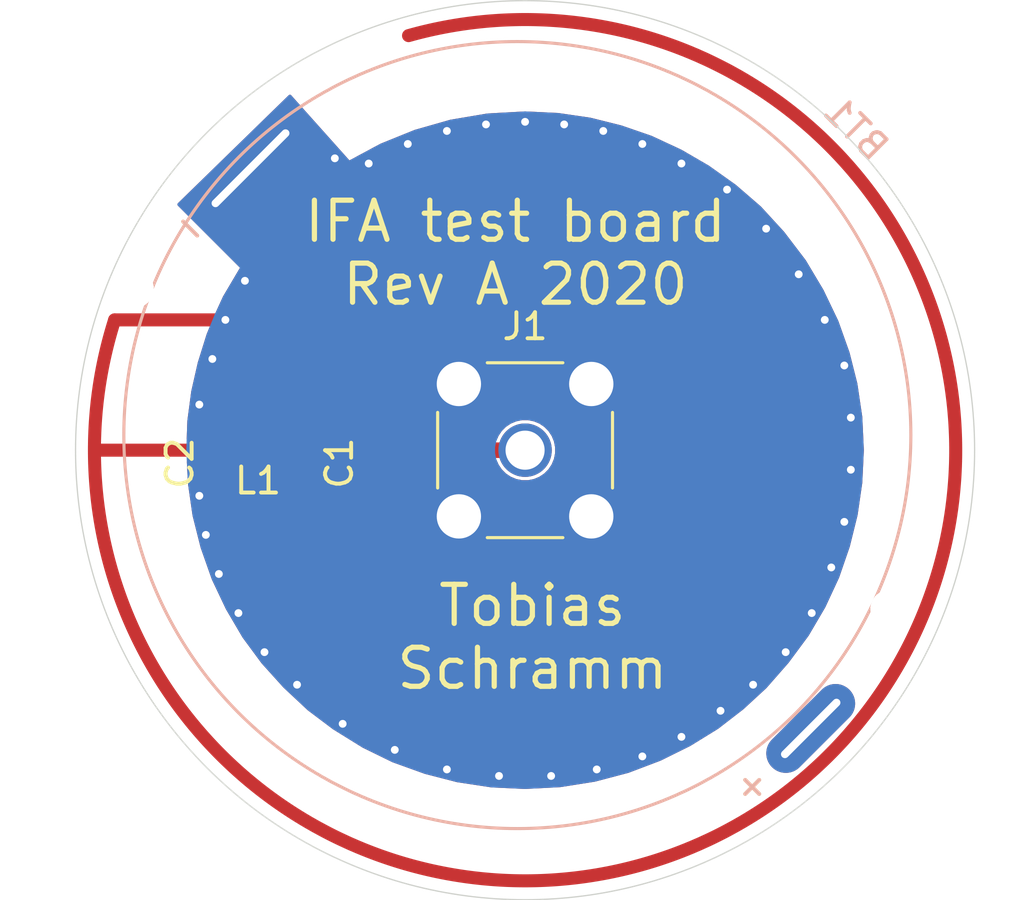
<source format=kicad_pcb>
(kicad_pcb (version 20171130) (host pcbnew 5.1.5)

  (general
    (thickness 1.6)
    (drawings 6)
    (tracks 47)
    (zones 0)
    (modules 7)
    (nets 5)
  )

  (page A4)
  (layers
    (0 F.Cu signal)
    (31 B.Cu signal)
    (32 B.Adhes user)
    (33 F.Adhes user)
    (34 B.Paste user)
    (35 F.Paste user)
    (36 B.SilkS user)
    (37 F.SilkS user)
    (38 B.Mask user)
    (39 F.Mask user)
    (40 Dwgs.User user)
    (41 Cmts.User user)
    (42 Eco1.User user)
    (43 Eco2.User user)
    (44 Edge.Cuts user)
    (45 Margin user)
    (46 B.CrtYd user)
    (47 F.CrtYd user)
    (48 B.Fab user)
    (49 F.Fab user)
  )

  (setup
    (last_trace_width 0.5)
    (user_trace_width 0.127)
    (user_trace_width 0.25)
    (user_trace_width 0.5)
    (user_trace_width 0.596)
    (trace_clearance 0.127)
    (zone_clearance 0.127)
    (zone_45_only no)
    (trace_min 0.127)
    (via_size 0.6)
    (via_drill 0.3)
    (via_min_size 0.6)
    (via_min_drill 0.3)
    (user_via 0.6 0.3)
    (uvia_size 0.6)
    (uvia_drill 0.3)
    (uvias_allowed no)
    (uvia_min_size 0.6)
    (uvia_min_drill 0.3)
    (edge_width 0.05)
    (segment_width 0.2)
    (pcb_text_width 0.3)
    (pcb_text_size 1.5 1.5)
    (mod_edge_width 0.12)
    (mod_text_size 1 1)
    (mod_text_width 0.15)
    (pad_size 1.524 1.524)
    (pad_drill 0.762)
    (pad_to_mask_clearance 0.051)
    (solder_mask_min_width 0.25)
    (aux_axis_origin 0 0)
    (visible_elements FFFFFF7F)
    (pcbplotparams
      (layerselection 0x010fc_ffffffff)
      (usegerberextensions true)
      (usegerberattributes false)
      (usegerberadvancedattributes false)
      (creategerberjobfile false)
      (excludeedgelayer true)
      (linewidth 0.100000)
      (plotframeref false)
      (viasonmask false)
      (mode 1)
      (useauxorigin false)
      (hpglpennumber 1)
      (hpglpenspeed 20)
      (hpglpendiameter 15.000000)
      (psnegative false)
      (psa4output false)
      (plotreference true)
      (plotvalue true)
      (plotinvisibletext false)
      (padsonsilk false)
      (subtractmaskfromsilk false)
      (outputformat 1)
      (mirror false)
      (drillshape 0)
      (scaleselection 1)
      (outputdirectory "fab/"))
  )

  (net 0 "")
  (net 1 GND)
  (net 2 "Net-(C1-Pad1)")
  (net 3 "Net-(AE1-Pad1)")
  (net 4 "Net-(BT1-Pad1)")

  (net_class Default "Dies ist die voreingestellte Netzklasse."
    (clearance 0.127)
    (trace_width 0.25)
    (via_dia 0.6)
    (via_drill 0.3)
    (uvia_dia 0.6)
    (uvia_drill 0.3)
    (add_net GND)
    (add_net "Net-(AE1-Pad1)")
    (add_net "Net-(BT1-Pad1)")
    (add_net "Net-(C1-Pad1)")
  )

  (module panasonic_lir3032:LIR3032_Panasonic_short (layer B.Cu) (tedit 5DDFC600) (tstamp 5E0EB594)
    (at 100 100 315)
    (path /5E0EA7EB)
    (fp_text reference BT1 (at 0.25 -17.7 135) (layer B.SilkS)
      (effects (font (size 1 1) (thickness 0.15)) (justify mirror))
    )
    (fp_text value Battery_Cell (at -1.5 3.3 135) (layer B.Fab)
      (effects (font (size 1 1) (thickness 0.15)) (justify mirror))
    )
    (fp_circle (center 0 0) (end 16.5 0) (layer B.CrtYd) (width 0.12))
    (fp_circle (center -0.62 -0.2) (end 14.48 -0.2) (layer B.SilkS) (width 0.12))
    (fp_text user - (at -15.1 3 135) (layer F.SilkS)
      (effects (font (size 1 1) (thickness 0.15)))
    )
    (fp_text user - (at -15.1 3 135) (layer B.SilkS)
      (effects (font (size 1 1) (thickness 0.15)) (justify mirror))
    )
    (fp_text user + (at 15.3 2.9 135) (layer B.SilkS)
      (effects (font (size 1 1) (thickness 0.15)) (justify mirror))
    )
    (fp_text user + (at 15.3 2.9 135) (layer F.SilkS)
      (effects (font (size 1 1) (thickness 0.15)))
    )
    (pad 1 thru_hole oval (at 15.3 -0.2 315) (size 1.5 4.2) (drill oval 0.3 3.1) (layers *.Cu *.Mask)
      (net 4 "Net-(BT1-Pad1)"))
    (pad 2 thru_hole oval (at -15.1 -0.2 315) (size 1.5 5.4) (drill oval 0.3 4.1) (layers *.Cu *.Mask)
      (net 1 GND))
    (model ${KIPRJMOD}/lib/3d/lir3032_small.stp
      (offset (xyz 0 -0.15 0))
      (scale (xyz 1 1 1))
      (rotate (xyz 0 0 180))
    )
  )

  (module mounting_hole:MountingHole_1.5mm (layer F.Cu) (tedit 5CD0B8E5) (tstamp 5E0E5FCF)
    (at 114 106.1)
    (path /5DE0CF0A)
    (fp_text reference H2 (at 2.7 2) (layer F.SilkS) hide
      (effects (font (size 1 1) (thickness 0.15)))
    )
    (fp_text value MountingHole (at 0 -1.5) (layer F.Fab)
      (effects (font (size 1 1) (thickness 0.15)))
    )
    (pad "" np_thru_hole oval (at 0 0) (size 1.5 1.5) (drill 1.5) (layers *.Cu *.Mask))
  )

  (module mounting_hole:MountingHole_1.5mm (layer F.Cu) (tedit 5CD0B8E5) (tstamp 5E0E5FBF)
    (at 85 93.8)
    (path /5DE0D311)
    (fp_text reference H1 (at 2.7 2) (layer F.SilkS) hide
      (effects (font (size 1 1) (thickness 0.15)))
    )
    (fp_text value MountingHole (at 0 -1.5) (layer F.Fab)
      (effects (font (size 1 1) (thickness 0.15)))
    )
    (pad "" np_thru_hole oval (at 0 0) (size 1.5 1.5) (drill 1.5) (layers *.Cu *.Mask))
  )

  (module Inductor_SMD:L_0402_1005Metric (layer F.Cu) (tedit 5B301BBE) (tstamp 5E0EBF51)
    (at 89.75 100 180)
    (descr "Inductor SMD 0402 (1005 Metric), square (rectangular) end terminal, IPC_7351 nominal, (Body size source: http://www.tortai-tech.com/upload/download/2011102023233369053.pdf), generated with kicad-footprint-generator")
    (tags inductor)
    (path /5E0E7414)
    (attr smd)
    (fp_text reference L1 (at 0 -1.17) (layer F.SilkS)
      (effects (font (size 1 1) (thickness 0.15)))
    )
    (fp_text value L (at 0 1.17) (layer F.Fab)
      (effects (font (size 1 1) (thickness 0.15)))
    )
    (fp_text user %R (at 0 0) (layer F.Fab)
      (effects (font (size 0.25 0.25) (thickness 0.04)))
    )
    (fp_line (start 0.93 0.47) (end -0.93 0.47) (layer F.CrtYd) (width 0.05))
    (fp_line (start 0.93 -0.47) (end 0.93 0.47) (layer F.CrtYd) (width 0.05))
    (fp_line (start -0.93 -0.47) (end 0.93 -0.47) (layer F.CrtYd) (width 0.05))
    (fp_line (start -0.93 0.47) (end -0.93 -0.47) (layer F.CrtYd) (width 0.05))
    (fp_line (start 0.5 0.25) (end -0.5 0.25) (layer F.Fab) (width 0.1))
    (fp_line (start 0.5 -0.25) (end 0.5 0.25) (layer F.Fab) (width 0.1))
    (fp_line (start -0.5 -0.25) (end 0.5 -0.25) (layer F.Fab) (width 0.1))
    (fp_line (start -0.5 0.25) (end -0.5 -0.25) (layer F.Fab) (width 0.1))
    (pad 2 smd roundrect (at 0.485 0 180) (size 0.59 0.64) (layers F.Cu F.Paste F.Mask) (roundrect_rratio 0.25)
      (net 3 "Net-(AE1-Pad1)"))
    (pad 1 smd roundrect (at -0.485 0 180) (size 0.59 0.64) (layers F.Cu F.Paste F.Mask) (roundrect_rratio 0.25)
      (net 2 "Net-(C1-Pad1)"))
    (model ${KISYS3DMOD}/Inductor_SMD.3dshapes/L_0402_1005Metric.wrl
      (at (xyz 0 0 0))
      (scale (xyz 1 1 1))
      (rotate (xyz 0 0 0))
    )
  )

  (module Connector_Coaxial:SMA_Amphenol_901-144_Vertical (layer F.Cu) (tedit 5B2F4C32) (tstamp 5E0EB43D)
    (at 100 100)
    (descr https://www.amphenolrf.com/downloads/dl/file/id/7023/product/3103/901_144_customer_drawing.pdf)
    (tags "SMA THT Female Jack Vertical")
    (path /5E0E5F06)
    (fp_text reference J1 (at 0 -4.75) (layer F.SilkS)
      (effects (font (size 1 1) (thickness 0.15)))
    )
    (fp_text value Conn_Coaxial (at 0 5) (layer F.Fab)
      (effects (font (size 1 1) (thickness 0.15)))
    )
    (fp_text user %R (at 0 0) (layer F.Fab)
      (effects (font (size 1 1) (thickness 0.15)))
    )
    (fp_line (start -1.45 -3.355) (end 1.45 -3.355) (layer F.SilkS) (width 0.12))
    (fp_line (start -1.45 3.355) (end 1.45 3.355) (layer F.SilkS) (width 0.12))
    (fp_line (start 3.355 -1.45) (end 3.355 1.45) (layer F.SilkS) (width 0.12))
    (fp_line (start -3.355 -1.45) (end -3.355 1.45) (layer F.SilkS) (width 0.12))
    (fp_line (start 3.175 -3.175) (end 3.175 3.175) (layer F.Fab) (width 0.1))
    (fp_line (start -3.175 3.175) (end 3.175 3.175) (layer F.Fab) (width 0.1))
    (fp_line (start -3.175 -3.175) (end -3.175 3.175) (layer F.Fab) (width 0.1))
    (fp_line (start -3.175 -3.175) (end 3.175 -3.175) (layer F.Fab) (width 0.1))
    (fp_line (start -4.17 -4.17) (end 4.17 -4.17) (layer F.CrtYd) (width 0.05))
    (fp_line (start -4.17 -4.17) (end -4.17 4.17) (layer F.CrtYd) (width 0.05))
    (fp_line (start 4.17 4.17) (end 4.17 -4.17) (layer F.CrtYd) (width 0.05))
    (fp_line (start 4.17 4.17) (end -4.17 4.17) (layer F.CrtYd) (width 0.05))
    (fp_circle (center 0 0) (end 3.175 0) (layer F.Fab) (width 0.1))
    (pad 2 thru_hole circle (at -2.54 2.54) (size 2.25 2.25) (drill 1.7) (layers *.Cu *.Mask)
      (net 1 GND))
    (pad 2 thru_hole circle (at -2.54 -2.54) (size 2.25 2.25) (drill 1.7) (layers *.Cu *.Mask)
      (net 1 GND))
    (pad 2 thru_hole circle (at 2.54 -2.54) (size 2.25 2.25) (drill 1.7) (layers *.Cu *.Mask)
      (net 1 GND))
    (pad 2 thru_hole circle (at 2.54 2.54) (size 2.25 2.25) (drill 1.7) (layers *.Cu *.Mask)
      (net 1 GND))
    (pad 1 thru_hole circle (at 0 0) (size 2.05 2.05) (drill 1.5) (layers *.Cu *.Mask)
      (net 2 "Net-(C1-Pad1)"))
    (model ${KISYS3DMOD}/Connector_Coaxial.3dshapes/SMA_Amphenol_901-144_Vertical.wrl
      (at (xyz 0 0 0))
      (scale (xyz 1 1 1))
      (rotate (xyz 0 0 0))
    )
  )

  (module Capacitor_SMD:C_0402_1005Metric (layer F.Cu) (tedit 5B301BBE) (tstamp 5E0EC3EA)
    (at 88 100.5 270)
    (descr "Capacitor SMD 0402 (1005 Metric), square (rectangular) end terminal, IPC_7351 nominal, (Body size source: http://www.tortai-tech.com/upload/download/2011102023233369053.pdf), generated with kicad-footprint-generator")
    (tags capacitor)
    (path /5E0E79C7)
    (attr smd)
    (fp_text reference C2 (at 0 1.25 90) (layer F.SilkS)
      (effects (font (size 1 1) (thickness 0.15)))
    )
    (fp_text value C (at 0 1.17 90) (layer F.Fab)
      (effects (font (size 1 1) (thickness 0.15)))
    )
    (fp_text user %R (at 0 0 90) (layer F.Fab)
      (effects (font (size 0.25 0.25) (thickness 0.04)))
    )
    (fp_line (start 0.93 0.47) (end -0.93 0.47) (layer F.CrtYd) (width 0.05))
    (fp_line (start 0.93 -0.47) (end 0.93 0.47) (layer F.CrtYd) (width 0.05))
    (fp_line (start -0.93 -0.47) (end 0.93 -0.47) (layer F.CrtYd) (width 0.05))
    (fp_line (start -0.93 0.47) (end -0.93 -0.47) (layer F.CrtYd) (width 0.05))
    (fp_line (start 0.5 0.25) (end -0.5 0.25) (layer F.Fab) (width 0.1))
    (fp_line (start 0.5 -0.25) (end 0.5 0.25) (layer F.Fab) (width 0.1))
    (fp_line (start -0.5 -0.25) (end 0.5 -0.25) (layer F.Fab) (width 0.1))
    (fp_line (start -0.5 0.25) (end -0.5 -0.25) (layer F.Fab) (width 0.1))
    (pad 2 smd roundrect (at 0.485 0 270) (size 0.59 0.64) (layers F.Cu F.Paste F.Mask) (roundrect_rratio 0.25)
      (net 1 GND))
    (pad 1 smd roundrect (at -0.485 0 270) (size 0.59 0.64) (layers F.Cu F.Paste F.Mask) (roundrect_rratio 0.25)
      (net 3 "Net-(AE1-Pad1)"))
    (model ${KISYS3DMOD}/Capacitor_SMD.3dshapes/C_0402_1005Metric.wrl
      (at (xyz 0 0 0))
      (scale (xyz 1 1 1))
      (rotate (xyz 0 0 0))
    )
  )

  (module Capacitor_SMD:C_0402_1005Metric (layer F.Cu) (tedit 5B301BBE) (tstamp 5E0EBF7B)
    (at 91.62 100.5 270)
    (descr "Capacitor SMD 0402 (1005 Metric), square (rectangular) end terminal, IPC_7351 nominal, (Body size source: http://www.tortai-tech.com/upload/download/2011102023233369053.pdf), generated with kicad-footprint-generator")
    (tags capacitor)
    (path /5E0E6870)
    (attr smd)
    (fp_text reference C1 (at 0 -1.25 90) (layer F.SilkS)
      (effects (font (size 1 1) (thickness 0.15)))
    )
    (fp_text value C (at 0 1.17 90) (layer F.Fab)
      (effects (font (size 1 1) (thickness 0.15)))
    )
    (fp_text user %R (at 0 0 90) (layer F.Fab)
      (effects (font (size 0.25 0.25) (thickness 0.04)))
    )
    (fp_line (start 0.93 0.47) (end -0.93 0.47) (layer F.CrtYd) (width 0.05))
    (fp_line (start 0.93 -0.47) (end 0.93 0.47) (layer F.CrtYd) (width 0.05))
    (fp_line (start -0.93 -0.47) (end 0.93 -0.47) (layer F.CrtYd) (width 0.05))
    (fp_line (start -0.93 0.47) (end -0.93 -0.47) (layer F.CrtYd) (width 0.05))
    (fp_line (start 0.5 0.25) (end -0.5 0.25) (layer F.Fab) (width 0.1))
    (fp_line (start 0.5 -0.25) (end 0.5 0.25) (layer F.Fab) (width 0.1))
    (fp_line (start -0.5 -0.25) (end 0.5 -0.25) (layer F.Fab) (width 0.1))
    (fp_line (start -0.5 0.25) (end -0.5 -0.25) (layer F.Fab) (width 0.1))
    (pad 2 smd roundrect (at 0.485 0 270) (size 0.59 0.64) (layers F.Cu F.Paste F.Mask) (roundrect_rratio 0.25)
      (net 1 GND))
    (pad 1 smd roundrect (at -0.485 0 270) (size 0.59 0.64) (layers F.Cu F.Paste F.Mask) (roundrect_rratio 0.25)
      (net 2 "Net-(C1-Pad1)"))
    (model ${KISYS3DMOD}/Capacitor_SMD.3dshapes/C_0402_1005Metric.wrl
      (at (xyz 0 0 0))
      (scale (xyz 1 1 1))
      (rotate (xyz 0 0 0))
    )
  )

  (gr_text "Tobias\nSchramm" (at 100.28 107.17) (layer F.SilkS)
    (effects (font (size 1.5 1.5) (thickness 0.2)))
  )
  (gr_text "IFA test board\nRev A 2020" (at 99.63 92.43) (layer F.SilkS)
    (effects (font (size 1.5 1.5) (thickness 0.2)))
  )
  (gr_poly (pts (xy 91 99.5) (xy 82 99.5) (xy 82 93) (xy 91 93)) (layer F.Mask) (width 0.1) (tstamp 5E0EC520))
  (gr_arc (start 100 100) (end 84.25 95) (angle -303.312578) (layer F.Cu) (width 0.5))
  (gr_circle (center 100 100) (end 113 100) (layer Eco1.User) (width 0.15) (tstamp 5E0E5FA7))
  (gr_circle (center 100 100) (end 117.25 100) (layer Edge.Cuts) (width 0.05) (tstamp 5E0E5F90))

  (segment (start 84.25 95) (end 90.26 95) (width 0.5) (layer F.Cu) (net 1))
  (via (at 92.7 88.8) (size 0.6) (drill 0.3) (layers F.Cu B.Cu) (net 1))
  (via (at 94 89) (size 0.6) (drill 0.3) (layers F.Cu B.Cu) (net 1))
  (via (at 95.5 88.25) (size 0.6) (drill 0.3) (layers F.Cu B.Cu) (net 1))
  (via (at 97 87.75) (size 0.6) (drill 0.3) (layers F.Cu B.Cu) (net 1))
  (via (at 98.5 87.5) (size 0.6) (drill 0.3) (layers F.Cu B.Cu) (net 1))
  (via (at 101.5 87.5) (size 0.6) (drill 0.3) (layers F.Cu B.Cu) (net 1))
  (via (at 103 87.75) (size 0.6) (drill 0.3) (layers F.Cu B.Cu) (net 1))
  (via (at 104.5 88.25) (size 0.6) (drill 0.3) (layers F.Cu B.Cu) (net 1))
  (via (at 106 89) (size 0.6) (drill 0.3) (layers F.Cu B.Cu) (net 1))
  (via (at 107.75 90) (size 0.6) (drill 0.3) (layers F.Cu B.Cu) (net 1))
  (via (at 109.25 91.5) (size 0.6) (drill 0.3) (layers F.Cu B.Cu) (net 1))
  (via (at 110.5 93.25) (size 0.6) (drill 0.3) (layers F.Cu B.Cu) (net 1))
  (via (at 111.5 95) (size 0.6) (drill 0.3) (layers F.Cu B.Cu) (net 1))
  (via (at 112.25 96.75) (size 0.6) (drill 0.3) (layers F.Cu B.Cu) (net 1))
  (via (at 112.5 98.75) (size 0.6) (drill 0.3) (layers F.Cu B.Cu) (net 1))
  (via (at 112.5 100.75) (size 0.6) (drill 0.3) (layers F.Cu B.Cu) (net 1))
  (via (at 112.25 102.75) (size 0.6) (drill 0.3) (layers F.Cu B.Cu) (net 1))
  (via (at 111.75 104.5) (size 0.6) (drill 0.3) (layers F.Cu B.Cu) (net 1))
  (via (at 111 106.25) (size 0.6) (drill 0.3) (layers F.Cu B.Cu) (net 1))
  (via (at 110 107.75) (size 0.6) (drill 0.3) (layers F.Cu B.Cu) (net 1))
  (via (at 108.75 109) (size 0.6) (drill 0.3) (layers F.Cu B.Cu) (net 1))
  (via (at 107.5 110) (size 0.6) (drill 0.3) (layers F.Cu B.Cu) (net 1))
  (via (at 106 111) (size 0.6) (drill 0.3) (layers F.Cu B.Cu) (net 1))
  (via (at 104.5 111.75) (size 0.6) (drill 0.3) (layers F.Cu B.Cu) (net 1))
  (via (at 102.75 112.25) (size 0.6) (drill 0.3) (layers F.Cu B.Cu) (net 1))
  (via (at 101 112.5) (size 0.6) (drill 0.3) (layers F.Cu B.Cu) (net 1))
  (via (at 99 112.5) (size 0.6) (drill 0.3) (layers F.Cu B.Cu) (net 1))
  (via (at 97 112.25) (size 0.6) (drill 0.3) (layers F.Cu B.Cu) (net 1))
  (via (at 95 111.5) (size 0.6) (drill 0.3) (layers F.Cu B.Cu) (net 1))
  (via (at 93 110.5) (size 0.6) (drill 0.3) (layers F.Cu B.Cu) (net 1))
  (via (at 91.25 109) (size 0.6) (drill 0.3) (layers F.Cu B.Cu) (net 1))
  (via (at 90 107.75) (size 0.6) (drill 0.3) (layers F.Cu B.Cu) (net 1))
  (via (at 89 106.25) (size 0.6) (drill 0.3) (layers F.Cu B.Cu) (net 1))
  (via (at 88.25 104.75) (size 0.6) (drill 0.3) (layers F.Cu B.Cu) (net 1))
  (via (at 87.75 103.25) (size 0.6) (drill 0.3) (layers F.Cu B.Cu) (net 1))
  (via (at 87.5 101.75) (size 0.6) (drill 0.3) (layers F.Cu B.Cu) (net 1))
  (via (at 89.25 93.5) (size 0.6) (drill 0.3) (layers F.Cu B.Cu) (net 1))
  (via (at 88.5 95) (size 0.6) (drill 0.3) (layers F.Cu B.Cu) (net 1))
  (via (at 88 96.5) (size 0.6) (drill 0.3) (layers F.Cu B.Cu) (net 1))
  (via (at 87.5 98.25) (size 0.6) (drill 0.3) (layers F.Cu B.Cu) (net 1))
  (via (at 100 87.4) (size 0.6) (drill 0.3) (layers F.Cu B.Cu) (net 1))
  (segment (start 91.502 100) (end 100 100) (width 0.596) (layer F.Cu) (net 2))
  (segment (start 91.502 100) (end 90.235 100) (width 0.25) (layer F.Cu) (net 2))
  (segment (start 87.96 100) (end 83.48 100) (width 0.5) (layer F.Cu) (net 3))
  (segment (start 88.6 100) (end 88 100) (width 0.25) (layer F.Cu) (net 3))
  (segment (start 89.265 100) (end 88.6 100) (width 0.25) (layer F.Cu) (net 3))

  (zone (net 1) (net_name GND) (layer F.Cu) (tstamp 0) (hatch edge 0.508)
    (connect_pads yes (clearance 0.127))
    (min_thickness 0.127)
    (fill yes (arc_segments 32) (thermal_gap 0.25) (thermal_bridge_width 0.25))
    (polygon
      (pts
        (xy 101.26 87.06) (xy 102.5 87.24) (xy 103.7 87.54) (xy 104.86 87.94) (xy 106 88.47)
        (xy 107.05 89.08) (xy 108.09 89.82) (xy 109.05 90.65) (xy 109.94 91.62) (xy 110.77 92.71)
        (xy 111.45 93.85) (xy 112.02 95.04) (xy 112.45 96.25) (xy 112.75 97.44) (xy 112.94 98.72)
        (xy 113 100) (xy 112.94 101.25) (xy 112.76 102.49) (xy 112.46 103.7) (xy 112.05 104.89)
        (xy 111.52 106.03) (xy 110.88 107.12) (xy 110.11 108.16) (xy 109.26 109.13) (xy 108.38 109.94)
        (xy 107.41 110.69) (xy 106.34 111.35) (xy 105.21 111.91) (xy 103.97 112.38) (xy 102.68 112.72)
        (xy 101.35 112.93) (xy 100 113) (xy 98.71 112.94) (xy 97.39 112.74) (xy 96.15 112.42)
        (xy 94.9 111.97) (xy 93.76 111.41) (xy 92.63 110.71) (xy 91.66 109.98) (xy 90.73 109.11)
        (xy 89.89 108.18) (xy 89.16 107.19) (xy 88.52 106.1) (xy 87.98 104.96) (xy 87.55 103.74)
        (xy 87.24 102.51) (xy 87.06 101.26) (xy 87 100) (xy 87.04 98.87) (xy 87.19 97.74)
        (xy 87.44 96.64) (xy 87.78 95.55) (xy 88.08 94.82) (xy 88.41 94.1) (xy 89.06 93)
        (xy 86.63 90.57) (xy 90.98 86.33) (xy 93.26 88.88) (xy 94.45 88.24) (xy 95.76 87.71)
        (xy 97.13 87.32) (xy 98.55 87.08) (xy 100 87)
      )
    )
    (filled_polygon
      (pts
        (xy 93.212663 88.922325) (xy 93.221829 88.930747) (xy 93.232463 88.937219) (xy 93.244155 88.941491) (xy 93.256456 88.943401)
        (xy 93.268893 88.942874) (xy 93.280988 88.939931) (xy 93.290077 88.935925) (xy 94.477023 88.297568) (xy 95.780659 87.770142)
        (xy 97.144031 87.382029) (xy 98.557058 87.143208) (xy 100.000245 87.063583) (xy 101.253917 87.123282) (xy 102.487704 87.30238)
        (xy 103.681918 87.600934) (xy 104.836202 87.998963) (xy 105.970601 88.526359) (xy 107.015576 89.133439) (xy 108.050734 89.869994)
        (xy 109.005697 90.695639) (xy 109.891236 91.660778) (xy 110.717306 92.745616) (xy 111.393985 93.880048) (xy 111.961285 95.064413)
        (xy 112.389161 96.268436) (xy 112.687652 97.452447) (xy 112.87672 98.72617) (xy 112.936429 99.99996) (xy 112.876719 101.243907)
        (xy 112.697611 102.477764) (xy 112.399046 103.681977) (xy 111.991031 104.866216) (xy 111.463705 106.000464) (xy 110.826952 107.084933)
        (xy 110.060518 108.120117) (xy 109.21449 109.085585) (xy 108.339 109.891434) (xy 107.373814 110.637711) (xy 106.309156 111.294416)
        (xy 105.184595 111.851721) (xy 103.950601 112.319444) (xy 102.666924 112.657778) (xy 101.343387 112.866757) (xy 99.999824 112.936424)
        (xy 98.716249 112.876722) (xy 97.40273 112.677704) (xy 96.168723 112.359251) (xy 94.924832 111.91145) (xy 93.790795 111.354379)
        (xy 92.665883 110.657532) (xy 91.700895 109.931303) (xy 90.775338 109.06546) (xy 89.939236 108.139775) (xy 89.21308 107.154988)
        (xy 88.576178 106.070265) (xy 88.038797 104.935793) (xy 87.610859 103.721644) (xy 87.302383 102.497689) (xy 87.123284 101.253946)
        (xy 87.084548 100.4405) (xy 87.634572 100.4405) (xy 87.639206 100.444303) (xy 87.697801 100.475622) (xy 87.76138 100.494909)
        (xy 87.8275 100.501421) (xy 88.1725 100.501421) (xy 88.23862 100.494909) (xy 88.302199 100.475622) (xy 88.360794 100.444303)
        (xy 88.412153 100.402153) (xy 88.454303 100.350794) (xy 88.473168 100.3155) (xy 88.811487 100.3155) (xy 88.835697 100.360794)
        (xy 88.877847 100.412153) (xy 88.929206 100.454303) (xy 88.987801 100.485622) (xy 89.05138 100.504909) (xy 89.1175 100.511421)
        (xy 89.4125 100.511421) (xy 89.47862 100.504909) (xy 89.542199 100.485622) (xy 89.600794 100.454303) (xy 89.652153 100.412153)
        (xy 89.694303 100.360794) (xy 89.725622 100.302199) (xy 89.744909 100.23862) (xy 89.75 100.186928) (xy 89.755091 100.23862)
        (xy 89.774378 100.302199) (xy 89.805697 100.360794) (xy 89.847847 100.412153) (xy 89.899206 100.454303) (xy 89.957801 100.485622)
        (xy 90.02138 100.504909) (xy 90.0875 100.511421) (xy 90.3825 100.511421) (xy 90.44862 100.504909) (xy 90.512199 100.485622)
        (xy 90.570794 100.454303) (xy 90.622153 100.412153) (xy 90.664303 100.360794) (xy 90.688513 100.3155) (xy 91.128979 100.3155)
        (xy 91.154907 100.347093) (xy 91.178653 100.366581) (xy 91.207847 100.402153) (xy 91.259206 100.444303) (xy 91.317801 100.475622)
        (xy 91.38138 100.494909) (xy 91.4475 100.501421) (xy 91.7925 100.501421) (xy 91.85862 100.494909) (xy 91.879747 100.4885)
        (xy 98.886696 100.4885) (xy 98.922838 100.575755) (xy 99.05586 100.774836) (xy 99.225164 100.94414) (xy 99.424245 101.077162)
        (xy 99.645452 101.168789) (xy 99.880284 101.2155) (xy 100.119716 101.2155) (xy 100.354548 101.168789) (xy 100.575755 101.077162)
        (xy 100.774836 100.94414) (xy 100.94414 100.774836) (xy 101.077162 100.575755) (xy 101.168789 100.354548) (xy 101.2155 100.119716)
        (xy 101.2155 99.880284) (xy 101.168789 99.645452) (xy 101.077162 99.424245) (xy 100.94414 99.225164) (xy 100.774836 99.05586)
        (xy 100.575755 98.922838) (xy 100.354548 98.831211) (xy 100.119716 98.7845) (xy 99.880284 98.7845) (xy 99.645452 98.831211)
        (xy 99.424245 98.922838) (xy 99.225164 99.05586) (xy 99.05586 99.225164) (xy 98.922838 99.424245) (xy 98.886696 99.5115)
        (xy 91.478008 99.5115) (xy 91.406237 99.518569) (xy 91.314155 99.546502) (xy 91.229291 99.591862) (xy 91.154907 99.652907)
        (xy 91.128979 99.6845) (xy 90.688513 99.6845) (xy 90.664303 99.639206) (xy 90.622153 99.587847) (xy 90.570794 99.545697)
        (xy 90.512199 99.514378) (xy 90.44862 99.495091) (xy 90.3825 99.488579) (xy 90.0875 99.488579) (xy 90.02138 99.495091)
        (xy 89.957801 99.514378) (xy 89.899206 99.545697) (xy 89.847847 99.587847) (xy 89.805697 99.639206) (xy 89.774378 99.697801)
        (xy 89.755091 99.76138) (xy 89.75 99.813072) (xy 89.744909 99.76138) (xy 89.725622 99.697801) (xy 89.694303 99.639206)
        (xy 89.652153 99.587847) (xy 89.600794 99.545697) (xy 89.542199 99.514378) (xy 89.47862 99.495091) (xy 89.4125 99.488579)
        (xy 89.1175 99.488579) (xy 89.05138 99.495091) (xy 88.987801 99.514378) (xy 88.929206 99.545697) (xy 88.877847 99.587847)
        (xy 88.835697 99.639206) (xy 88.811487 99.6845) (xy 88.457133 99.6845) (xy 88.454303 99.679206) (xy 88.412153 99.627847)
        (xy 88.360794 99.585697) (xy 88.302199 99.554378) (xy 88.23862 99.535091) (xy 88.1725 99.528579) (xy 87.8275 99.528579)
        (xy 87.76138 99.535091) (xy 87.697801 99.554378) (xy 87.688218 99.5595) (xy 87.079132 99.5595) (xy 87.103351 98.875318)
        (xy 87.252566 97.751237) (xy 87.501367 96.656512) (xy 87.839789 95.57157) (xy 88.13825 94.845315) (xy 88.466352 94.129456)
        (xy 89.114669 93.032304) (xy 89.119921 93.021018) (xy 89.12287 93.008924) (xy 89.123403 92.996488) (xy 89.121499 92.984186)
        (xy 89.117232 92.972492) (xy 89.110766 92.961855) (xy 89.104901 92.955099) (xy 86.720381 90.570579) (xy 90.97685 86.421745)
      )
    )
  )
  (zone (net 1) (net_name GND) (layer B.Cu) (tstamp 5E0EC14F) (hatch edge 0.508)
    (connect_pads yes (clearance 0.127))
    (min_thickness 0.127)
    (fill yes (arc_segments 32) (thermal_gap 0.25) (thermal_bridge_width 0.25))
    (polygon
      (pts
        (xy 101.26 87.06) (xy 102.5 87.24) (xy 103.7 87.54) (xy 104.86 87.94) (xy 106 88.47)
        (xy 107.05 89.08) (xy 108.09 89.82) (xy 109.05 90.65) (xy 109.94 91.62) (xy 110.77 92.71)
        (xy 111.45 93.85) (xy 112.02 95.04) (xy 112.45 96.25) (xy 112.75 97.44) (xy 112.94 98.72)
        (xy 113 100) (xy 112.94 101.25) (xy 112.76 102.49) (xy 112.46 103.7) (xy 112.05 104.89)
        (xy 111.52 106.03) (xy 110.88 107.12) (xy 110.11 108.16) (xy 109.26 109.13) (xy 108.38 109.94)
        (xy 107.41 110.69) (xy 106.34 111.35) (xy 105.21 111.91) (xy 103.97 112.38) (xy 102.68 112.72)
        (xy 101.35 112.93) (xy 100 113) (xy 98.71 112.94) (xy 97.39 112.74) (xy 96.15 112.42)
        (xy 94.9 111.97) (xy 93.76 111.41) (xy 92.63 110.71) (xy 91.66 109.98) (xy 90.73 109.11)
        (xy 89.89 108.18) (xy 89.16 107.19) (xy 88.52 106.1) (xy 87.98 104.96) (xy 87.55 103.74)
        (xy 87.24 102.51) (xy 87.06 101.26) (xy 87 100) (xy 87.04 98.87) (xy 87.19 97.74)
        (xy 87.44 96.64) (xy 87.78 95.55) (xy 88.08 94.82) (xy 88.41 94.1) (xy 89.06 93)
        (xy 86.63 90.57) (xy 90.98 86.33) (xy 93.26 88.88) (xy 94.45 88.24) (xy 95.76 87.71)
        (xy 97.13 87.32) (xy 98.55 87.08) (xy 100 87)
      )
    )
    (filled_polygon
      (pts
        (xy 93.212663 88.922325) (xy 93.221829 88.930747) (xy 93.232463 88.937219) (xy 93.244155 88.941491) (xy 93.256456 88.943401)
        (xy 93.268893 88.942874) (xy 93.280988 88.939931) (xy 93.290077 88.935925) (xy 94.477023 88.297568) (xy 95.780659 87.770142)
        (xy 97.144031 87.382029) (xy 98.557058 87.143208) (xy 100.000245 87.063583) (xy 101.253917 87.123282) (xy 102.487704 87.30238)
        (xy 103.681918 87.600934) (xy 104.836202 87.998963) (xy 105.970601 88.526359) (xy 107.015576 89.133439) (xy 108.050734 89.869994)
        (xy 109.005697 90.695639) (xy 109.891236 91.660778) (xy 110.717306 92.745616) (xy 111.393985 93.880048) (xy 111.961285 95.064413)
        (xy 112.389161 96.268436) (xy 112.687652 97.452447) (xy 112.87672 98.72617) (xy 112.936429 99.99996) (xy 112.876719 101.243907)
        (xy 112.697611 102.477764) (xy 112.399046 103.681977) (xy 111.991031 104.866216) (xy 111.463705 106.000464) (xy 110.826952 107.084933)
        (xy 110.060518 108.120117) (xy 109.21449 109.085585) (xy 108.339 109.891434) (xy 107.373814 110.637711) (xy 106.309156 111.294416)
        (xy 105.184595 111.851721) (xy 103.950601 112.319444) (xy 102.666924 112.657778) (xy 101.343387 112.866757) (xy 99.999824 112.936424)
        (xy 98.716249 112.876722) (xy 97.40273 112.677704) (xy 96.168723 112.359251) (xy 94.924832 111.91145) (xy 93.790795 111.354379)
        (xy 92.665883 110.657532) (xy 91.700895 109.931303) (xy 90.775338 109.06546) (xy 89.939236 108.139775) (xy 89.21308 107.154988)
        (xy 88.576178 106.070265) (xy 88.038797 104.935793) (xy 87.610859 103.721644) (xy 87.302383 102.497689) (xy 87.123284 101.253946)
        (xy 87.063553 99.999611) (xy 87.067776 99.880284) (xy 98.7845 99.880284) (xy 98.7845 100.119716) (xy 98.831211 100.354548)
        (xy 98.922838 100.575755) (xy 99.05586 100.774836) (xy 99.225164 100.94414) (xy 99.424245 101.077162) (xy 99.645452 101.168789)
        (xy 99.880284 101.2155) (xy 100.119716 101.2155) (xy 100.354548 101.168789) (xy 100.575755 101.077162) (xy 100.774836 100.94414)
        (xy 100.94414 100.774836) (xy 101.077162 100.575755) (xy 101.168789 100.354548) (xy 101.2155 100.119716) (xy 101.2155 99.880284)
        (xy 101.168789 99.645452) (xy 101.077162 99.424245) (xy 100.94414 99.225164) (xy 100.774836 99.05586) (xy 100.575755 98.922838)
        (xy 100.354548 98.831211) (xy 100.119716 98.7845) (xy 99.880284 98.7845) (xy 99.645452 98.831211) (xy 99.424245 98.922838)
        (xy 99.225164 99.05586) (xy 99.05586 99.225164) (xy 98.922838 99.424245) (xy 98.831211 99.645452) (xy 98.7845 99.880284)
        (xy 87.067776 99.880284) (xy 87.103351 98.875318) (xy 87.252566 97.751237) (xy 87.501367 96.656512) (xy 87.839789 95.57157)
        (xy 88.13825 94.845315) (xy 88.466352 94.129456) (xy 89.114669 93.032304) (xy 89.119921 93.021018) (xy 89.12287 93.008924)
        (xy 89.123403 92.996488) (xy 89.121499 92.984186) (xy 89.117232 92.972492) (xy 89.110766 92.961855) (xy 89.104901 92.955099)
        (xy 86.720381 90.570579) (xy 90.97685 86.421745)
      )
    )
  )
)

</source>
